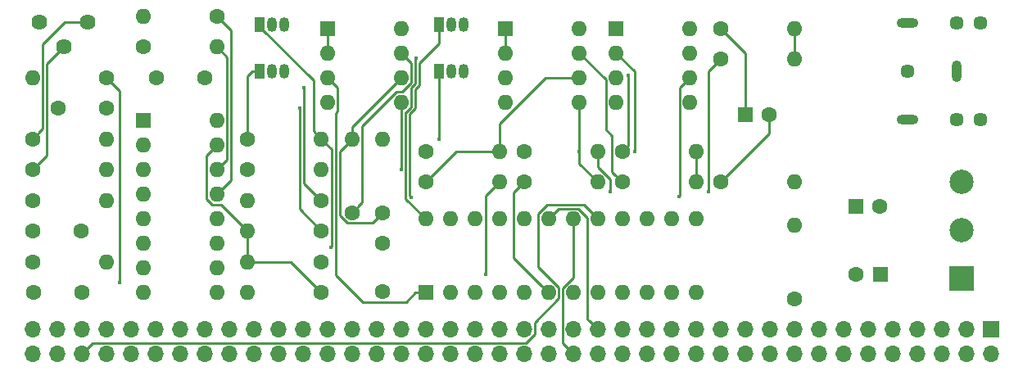
<source format=gbr>
G04 #@! TF.GenerationSoftware,KiCad,Pcbnew,(5.1.0-0)*
G04 #@! TF.CreationDate,2020-05-13T21:38:30-07:00*
G04 #@! TF.ProjectId,SoundCard,536f756e-6443-4617-9264-2e6b69636164,rev?*
G04 #@! TF.SameCoordinates,Original*
G04 #@! TF.FileFunction,Copper,L4,Bot*
G04 #@! TF.FilePolarity,Positive*
%FSLAX46Y46*%
G04 Gerber Fmt 4.6, Leading zero omitted, Abs format (unit mm)*
G04 Created by KiCad (PCBNEW (5.1.0-0)) date 2020-05-13 21:38:30*
%MOMM*%
%LPD*%
G04 APERTURE LIST*
%ADD10C,1.450000*%
%ADD11O,2.250000X1.000000*%
%ADD12O,1.000000X2.250000*%
%ADD13O,1.700000X1.700000*%
%ADD14R,1.700000X1.700000*%
%ADD15O,1.600000X1.600000*%
%ADD16R,1.600000X1.600000*%
%ADD17C,1.620000*%
%ADD18C,1.600000*%
%ADD19R,1.050000X1.500000*%
%ADD20O,1.050000X1.500000*%
%ADD21C,2.500000*%
%ADD22R,2.500000X2.500000*%
%ADD23C,0.450000*%
%ADD24C,0.254000*%
G04 APERTURE END LIST*
D10*
X162750000Y-101680000D03*
X162750000Y-111680000D03*
X160250000Y-101680000D03*
X160250000Y-111680000D03*
X155250000Y-106680000D03*
D11*
X155250000Y-111680000D03*
X155250000Y-101680000D03*
D12*
X160250000Y-106680000D03*
D13*
X64770000Y-135890000D03*
X64770000Y-133350000D03*
X67310000Y-135890000D03*
X67310000Y-133350000D03*
X69850000Y-135890000D03*
X69850000Y-133350000D03*
X72390000Y-135890000D03*
X72390000Y-133350000D03*
X74930000Y-135890000D03*
X74930000Y-133350000D03*
X77470000Y-135890000D03*
X77470000Y-133350000D03*
X80010000Y-135890000D03*
X80010000Y-133350000D03*
X82550000Y-135890000D03*
X82550000Y-133350000D03*
X85090000Y-135890000D03*
X85090000Y-133350000D03*
X87630000Y-135890000D03*
X87630000Y-133350000D03*
X90170000Y-135890000D03*
X90170000Y-133350000D03*
X92710000Y-135890000D03*
X92710000Y-133350000D03*
X95250000Y-135890000D03*
X95250000Y-133350000D03*
X97790000Y-135890000D03*
X97790000Y-133350000D03*
X100330000Y-135890000D03*
X100330000Y-133350000D03*
X102870000Y-135890000D03*
X102870000Y-133350000D03*
X105410000Y-135890000D03*
X105410000Y-133350000D03*
X107950000Y-135890000D03*
X107950000Y-133350000D03*
X110490000Y-135890000D03*
X110490000Y-133350000D03*
X113030000Y-135890000D03*
X113030000Y-133350000D03*
X115570000Y-135890000D03*
X115570000Y-133350000D03*
X118110000Y-135890000D03*
X118110000Y-133350000D03*
X120650000Y-135890000D03*
X120650000Y-133350000D03*
X123190000Y-135890000D03*
X123190000Y-133350000D03*
X125730000Y-135890000D03*
X125730000Y-133350000D03*
X128270000Y-135890000D03*
X128270000Y-133350000D03*
X130810000Y-135890000D03*
X130810000Y-133350000D03*
X133350000Y-135890000D03*
X133350000Y-133350000D03*
X135890000Y-135890000D03*
X135890000Y-133350000D03*
X138430000Y-135890000D03*
X138430000Y-133350000D03*
X140970000Y-135890000D03*
X140970000Y-133350000D03*
X143510000Y-135890000D03*
X143510000Y-133350000D03*
X146050000Y-135890000D03*
X146050000Y-133350000D03*
X148590000Y-135890000D03*
X148590000Y-133350000D03*
X151130000Y-135890000D03*
X151130000Y-133350000D03*
X153670000Y-135890000D03*
X153670000Y-133350000D03*
X156210000Y-135890000D03*
X156210000Y-133350000D03*
X158750000Y-135890000D03*
X158750000Y-133350000D03*
X161290000Y-135890000D03*
X161290000Y-133350000D03*
X163830000Y-135890000D03*
D14*
X163830000Y-133350000D03*
D15*
X121285000Y-102235000D03*
X113665000Y-109855000D03*
X121285000Y-104775000D03*
X113665000Y-107315000D03*
X121285000Y-107315000D03*
X113665000Y-104775000D03*
X121285000Y-109855000D03*
D16*
X113665000Y-102235000D03*
D15*
X102870000Y-102235000D03*
X95250000Y-109855000D03*
X102870000Y-104775000D03*
X95250000Y-107315000D03*
X102870000Y-107315000D03*
X95250000Y-104775000D03*
X102870000Y-109855000D03*
D16*
X95250000Y-102235000D03*
X76200000Y-111760000D03*
D15*
X83820000Y-129540000D03*
X76200000Y-114300000D03*
X83820000Y-127000000D03*
X76200000Y-116840000D03*
X83820000Y-124460000D03*
X76200000Y-119380000D03*
X83820000Y-121920000D03*
X76200000Y-121920000D03*
X83820000Y-119380000D03*
X76200000Y-124460000D03*
X83820000Y-116840000D03*
X76200000Y-127000000D03*
X83820000Y-114300000D03*
X76200000Y-129540000D03*
X83820000Y-111760000D03*
X105410000Y-121920000D03*
X133350000Y-129540000D03*
X107950000Y-121920000D03*
X130810000Y-129540000D03*
X110490000Y-121920000D03*
X128270000Y-129540000D03*
X113030000Y-121920000D03*
X125730000Y-129540000D03*
X115570000Y-121920000D03*
X123190000Y-129540000D03*
X118110000Y-121920000D03*
X120650000Y-129540000D03*
X120650000Y-121920000D03*
X118110000Y-129540000D03*
X123190000Y-121920000D03*
X115570000Y-129540000D03*
X125730000Y-121920000D03*
X113030000Y-129540000D03*
X128270000Y-121920000D03*
X110490000Y-129540000D03*
X130810000Y-121920000D03*
X107950000Y-129540000D03*
X133350000Y-121920000D03*
D16*
X105410000Y-129540000D03*
D15*
X132715000Y-102235000D03*
X125095000Y-109855000D03*
X132715000Y-104775000D03*
X125095000Y-107315000D03*
X132715000Y-107315000D03*
X125095000Y-104775000D03*
X132715000Y-109855000D03*
D16*
X125095000Y-102235000D03*
D17*
X70485000Y-101600000D03*
X67985000Y-104100000D03*
X65485000Y-101600000D03*
D15*
X123190000Y-118110000D03*
D18*
X115570000Y-118110000D03*
D15*
X113030000Y-114935000D03*
D18*
X105410000Y-114935000D03*
D15*
X113030000Y-118110000D03*
D18*
X105410000Y-118110000D03*
D15*
X123190000Y-114935000D03*
D18*
X115570000Y-114935000D03*
D15*
X94615000Y-116840000D03*
D18*
X86995000Y-116840000D03*
D15*
X97790000Y-113665000D03*
D18*
X97790000Y-121285000D03*
D15*
X100965000Y-113665000D03*
D18*
X100965000Y-121285000D03*
D15*
X94615000Y-113665000D03*
D18*
X86995000Y-113665000D03*
D15*
X72390000Y-120015000D03*
D18*
X64770000Y-120015000D03*
D15*
X83820000Y-104140000D03*
D18*
X76200000Y-104140000D03*
D15*
X72390000Y-116840000D03*
D18*
X64770000Y-116840000D03*
D15*
X72390000Y-113665000D03*
D18*
X64770000Y-113665000D03*
D15*
X72390000Y-126365000D03*
D18*
X64770000Y-126365000D03*
D15*
X76200000Y-100965000D03*
D18*
X83820000Y-100965000D03*
D15*
X86995000Y-123190000D03*
D18*
X94615000Y-123190000D03*
D15*
X86995000Y-129540000D03*
D18*
X94615000Y-129540000D03*
D15*
X86995000Y-126365000D03*
D18*
X94615000Y-126365000D03*
D15*
X64770000Y-107315000D03*
D18*
X72390000Y-107315000D03*
D15*
X86995000Y-120015000D03*
D18*
X94615000Y-120015000D03*
D15*
X143510000Y-118110000D03*
D18*
X135890000Y-118110000D03*
D15*
X143510000Y-122555000D03*
D18*
X143510000Y-130175000D03*
D15*
X143510000Y-102235000D03*
D18*
X135890000Y-102235000D03*
D15*
X143510000Y-105410000D03*
D18*
X135890000Y-105410000D03*
D15*
X133350000Y-118110000D03*
D18*
X125730000Y-118110000D03*
D15*
X133350000Y-114935000D03*
D18*
X125730000Y-114935000D03*
D19*
X106807000Y-106680000D03*
D20*
X109347000Y-106680000D03*
X108077000Y-106680000D03*
D19*
X106807000Y-101854000D03*
D20*
X109347000Y-101854000D03*
X108077000Y-101854000D03*
D19*
X88265000Y-106680000D03*
D20*
X90805000Y-106680000D03*
X89535000Y-106680000D03*
D19*
X88265000Y-101854000D03*
D20*
X90805000Y-101854000D03*
X89535000Y-101854000D03*
D18*
X69770000Y-123190000D03*
X64770000Y-123190000D03*
X82550000Y-107315000D03*
X77550000Y-107315000D03*
X64850000Y-129540000D03*
X69850000Y-129540000D03*
X67390000Y-110490000D03*
X72390000Y-110490000D03*
X100965000Y-129460000D03*
X100965000Y-124460000D03*
D16*
X138430000Y-111125000D03*
D18*
X140930000Y-111125000D03*
D21*
X160782000Y-118110000D03*
X160782000Y-123110000D03*
D22*
X160782000Y-128110000D03*
D16*
X149860000Y-120650000D03*
D18*
X152360000Y-120650000D03*
D16*
X152400000Y-127635000D03*
D18*
X149900000Y-127635000D03*
D23*
X127000000Y-114935000D03*
X95631000Y-124841000D03*
X102870000Y-116840000D03*
X103907205Y-119739795D03*
X111633000Y-127635000D03*
X124460000Y-119126000D03*
X106807000Y-113665000D03*
X121285000Y-114935000D03*
X126365000Y-107061000D03*
X134620000Y-119126000D03*
X92837000Y-108331000D03*
X131562979Y-119624979D03*
X104394000Y-105283000D03*
X92358000Y-110490000D03*
X73787000Y-128533001D03*
D24*
X143510000Y-102235000D02*
X143510000Y-105410000D01*
X133350000Y-118110000D02*
X133350000Y-114935000D01*
X127000000Y-106680000D02*
X125095000Y-104775000D01*
X127000000Y-114935000D02*
X127000000Y-106680000D01*
X121754989Y-120484989D02*
X123190000Y-121920000D01*
X117985089Y-120484989D02*
X121754989Y-120484989D01*
X117055999Y-126926077D02*
X117055999Y-121414079D01*
X119164989Y-129035067D02*
X117055999Y-126926077D01*
X117055999Y-121414079D02*
X117985089Y-120484989D01*
X119164989Y-130136011D02*
X119164989Y-129035067D01*
X116674001Y-132626999D02*
X119164989Y-130136011D01*
X115767923Y-134785999D02*
X116674001Y-133879921D01*
X116674001Y-133879921D02*
X116674001Y-132626999D01*
X70954001Y-134785999D02*
X115767923Y-134785999D01*
X69850000Y-135890000D02*
X70954001Y-134785999D01*
X93815001Y-112865001D02*
X94615000Y-113665000D01*
X93815001Y-107629001D02*
X93815001Y-112865001D01*
X88265000Y-102079000D02*
X93815001Y-107629001D01*
X88265000Y-101854000D02*
X88265000Y-102079000D01*
X95669001Y-124802999D02*
X95631000Y-124841000D01*
X95669001Y-114719001D02*
X95669001Y-124802999D01*
X94615000Y-113665000D02*
X95669001Y-114719001D01*
X95250000Y-102235000D02*
X95250000Y-104775000D01*
X87486000Y-106680000D02*
X88265000Y-106680000D01*
X86995000Y-107171000D02*
X87486000Y-106680000D01*
X86995000Y-113665000D02*
X86995000Y-107171000D01*
X102870000Y-116840000D02*
X102870000Y-109855000D01*
X106807000Y-101854000D02*
X106807000Y-103759000D01*
X104737009Y-108085570D02*
X104491578Y-108331000D01*
X104737009Y-105828991D02*
X104737009Y-108085570D01*
X106807000Y-103759000D02*
X104737009Y-105828991D01*
X104491578Y-108331000D02*
X104305011Y-108517567D01*
X104305011Y-110518740D02*
X104079750Y-110744000D01*
X104305011Y-108517567D02*
X104305011Y-110518740D01*
X104079750Y-110744000D02*
X103730011Y-111093739D01*
X103730011Y-119562601D02*
X103907205Y-119739795D01*
X103730011Y-111093739D02*
X103730011Y-119562601D01*
X111633000Y-119507000D02*
X111633000Y-127635000D01*
X113030000Y-118110000D02*
X111633000Y-119507000D01*
X123190000Y-116550078D02*
X123190000Y-116066370D01*
X124460000Y-117820078D02*
X123190000Y-116550078D01*
X123190000Y-116066370D02*
X123190000Y-114935000D01*
X124460000Y-119126000D02*
X124460000Y-117820078D01*
X113665000Y-102235000D02*
X113665000Y-104775000D01*
X106807000Y-106680000D02*
X106807000Y-113665000D01*
X121285000Y-114935000D02*
X121285000Y-109855000D01*
X121285000Y-116205000D02*
X123190000Y-118110000D01*
X121285000Y-114935000D02*
X121285000Y-116205000D01*
X98589999Y-120485001D02*
X97790000Y-121285000D01*
X98844001Y-120230999D02*
X98589999Y-120485001D01*
X98844001Y-112321077D02*
X98844001Y-120230999D01*
X102364079Y-108800999D02*
X98844001Y-112321077D01*
X102943923Y-108800999D02*
X102364079Y-108800999D01*
X103924001Y-107820921D02*
X102943923Y-108800999D01*
X103924001Y-105829001D02*
X103924001Y-107820921D01*
X102870000Y-104775000D02*
X103924001Y-105829001D01*
X126365000Y-114300000D02*
X125730000Y-114935000D01*
X126365000Y-107061000D02*
X126365000Y-114300000D01*
X124930001Y-117310001D02*
X125730000Y-118110000D01*
X124675999Y-117055999D02*
X124930001Y-117310001D01*
X124675999Y-113332919D02*
X124675999Y-117055999D01*
X124040999Y-112697919D02*
X124675999Y-113332919D01*
X124040999Y-107530999D02*
X124040999Y-112697919D01*
X121285000Y-104775000D02*
X124040999Y-107530999D01*
X134620000Y-106680000D02*
X135890000Y-105410000D01*
X134620000Y-119126000D02*
X134620000Y-106680000D01*
X92837000Y-118237000D02*
X94615000Y-120015000D01*
X92837000Y-108331000D02*
X92837000Y-118237000D01*
X65569999Y-112865001D02*
X64770000Y-113665000D01*
X65824001Y-112610999D02*
X65569999Y-112865001D01*
X65824001Y-103847999D02*
X65824001Y-112610999D01*
X68072000Y-101600000D02*
X65824001Y-103847999D01*
X70485000Y-101600000D02*
X68072000Y-101600000D01*
X131915001Y-108114999D02*
X132715000Y-107315000D01*
X131660999Y-108369001D02*
X131915001Y-108114999D01*
X131660999Y-116751001D02*
X131660999Y-119526959D01*
X131660999Y-119526959D02*
X131562979Y-119624979D01*
X131660999Y-116751001D02*
X131660999Y-108369001D01*
X104355999Y-105321001D02*
X104394000Y-105283000D01*
X103924001Y-110360921D02*
X103924001Y-108359749D01*
X104355999Y-107927751D02*
X104355999Y-105321001D01*
X103924001Y-108359749D02*
X104355999Y-107927751D01*
X103375921Y-110909001D02*
X103924001Y-110360921D01*
X103349001Y-110909001D02*
X103375921Y-110909001D01*
X103349001Y-119859001D02*
X103349001Y-110909001D01*
X105410000Y-121920000D02*
X103349001Y-119859001D01*
X96304001Y-110782001D02*
X96304001Y-108369001D01*
X96139000Y-110947002D02*
X96304001Y-110782001D01*
X96139000Y-127762000D02*
X96139000Y-110947002D01*
X96304001Y-108369001D02*
X95250000Y-107315000D01*
X98891001Y-130514001D02*
X96139000Y-127762000D01*
X103381999Y-130514001D02*
X98891001Y-130514001D01*
X104356000Y-129540000D02*
X103381999Y-130514001D01*
X105410000Y-129540000D02*
X104356000Y-129540000D01*
X117310001Y-128740001D02*
X118110000Y-129540000D01*
X114515999Y-119164001D02*
X114515999Y-125945999D01*
X114515999Y-125945999D02*
X117310001Y-128740001D01*
X115570000Y-118110000D02*
X114515999Y-119164001D01*
X140930000Y-113070000D02*
X135890000Y-118110000D01*
X140930000Y-111125000D02*
X140930000Y-113070000D01*
X138430000Y-104775000D02*
X138430000Y-111125000D01*
X135890000Y-102235000D02*
X138430000Y-104775000D01*
X92358000Y-120933000D02*
X94615000Y-123190000D01*
X92358000Y-110490000D02*
X92358000Y-120933000D01*
X73787000Y-108712000D02*
X72390000Y-107315000D01*
X73787000Y-128533001D02*
X73787000Y-108712000D01*
X91440000Y-126365000D02*
X94615000Y-129540000D01*
X86995000Y-126365000D02*
X91440000Y-126365000D01*
X86995000Y-124321370D02*
X86995000Y-126365000D01*
X86995000Y-123190000D02*
X86995000Y-124321370D01*
X82765999Y-115354001D02*
X83020001Y-115099999D01*
X82765999Y-119885921D02*
X82765999Y-115354001D01*
X83314079Y-120434001D02*
X82765999Y-119885921D01*
X83020001Y-115099999D02*
X83820000Y-114300000D01*
X84239001Y-120434001D02*
X83314079Y-120434001D01*
X86995000Y-123190000D02*
X84239001Y-120434001D01*
X85255011Y-117944989D02*
X83820000Y-119380000D01*
X85255011Y-102400011D02*
X85255011Y-117944989D01*
X83820000Y-100965000D02*
X85255011Y-102400011D01*
X65569999Y-116040001D02*
X64770000Y-116840000D01*
X66205011Y-115404989D02*
X65569999Y-116040001D01*
X66205011Y-105879989D02*
X66205011Y-115404989D01*
X67985000Y-104100000D02*
X66205011Y-105879989D01*
X84619999Y-116040001D02*
X83820000Y-116840000D01*
X84874001Y-105194001D02*
X84874001Y-115785999D01*
X84874001Y-115785999D02*
X84619999Y-116040001D01*
X83820000Y-104140000D02*
X84874001Y-105194001D01*
X97790000Y-112395000D02*
X97790000Y-113665000D01*
X102870000Y-107315000D02*
X97790000Y-112395000D01*
X100165001Y-122084999D02*
X100965000Y-121285000D01*
X99910999Y-122339001D02*
X100165001Y-122084999D01*
X97284079Y-122339001D02*
X99910999Y-122339001D01*
X96520010Y-121574932D02*
X97284079Y-122339001D01*
X96520010Y-114934990D02*
X96520010Y-121574932D01*
X97790000Y-113665000D02*
X96520010Y-114934990D01*
X120153630Y-107315000D02*
X121285000Y-107315000D01*
X113030000Y-112049922D02*
X117764922Y-107315000D01*
X117764922Y-107315000D02*
X120153630Y-107315000D01*
X113030000Y-114935000D02*
X113030000Y-112049922D01*
X108585000Y-114935000D02*
X113030000Y-114935000D01*
X105410000Y-118110000D02*
X108585000Y-114935000D01*
X119800001Y-135040001D02*
X120650000Y-135890000D01*
X119545999Y-134785999D02*
X119800001Y-135040001D01*
X119545999Y-129084079D02*
X119545999Y-134785999D01*
X120650000Y-127980078D02*
X119545999Y-129084079D01*
X120650000Y-121920000D02*
X120650000Y-127980078D01*
X122135999Y-132295999D02*
X122340001Y-132500001D01*
X118110000Y-121920000D02*
X119164001Y-120865999D01*
X122340001Y-132500001D02*
X123190000Y-133350000D01*
X119164001Y-120865999D02*
X121155921Y-120865999D01*
X121155921Y-120865999D02*
X122135999Y-121846077D01*
X122135999Y-121846077D02*
X122135999Y-132295999D01*
M02*

</source>
